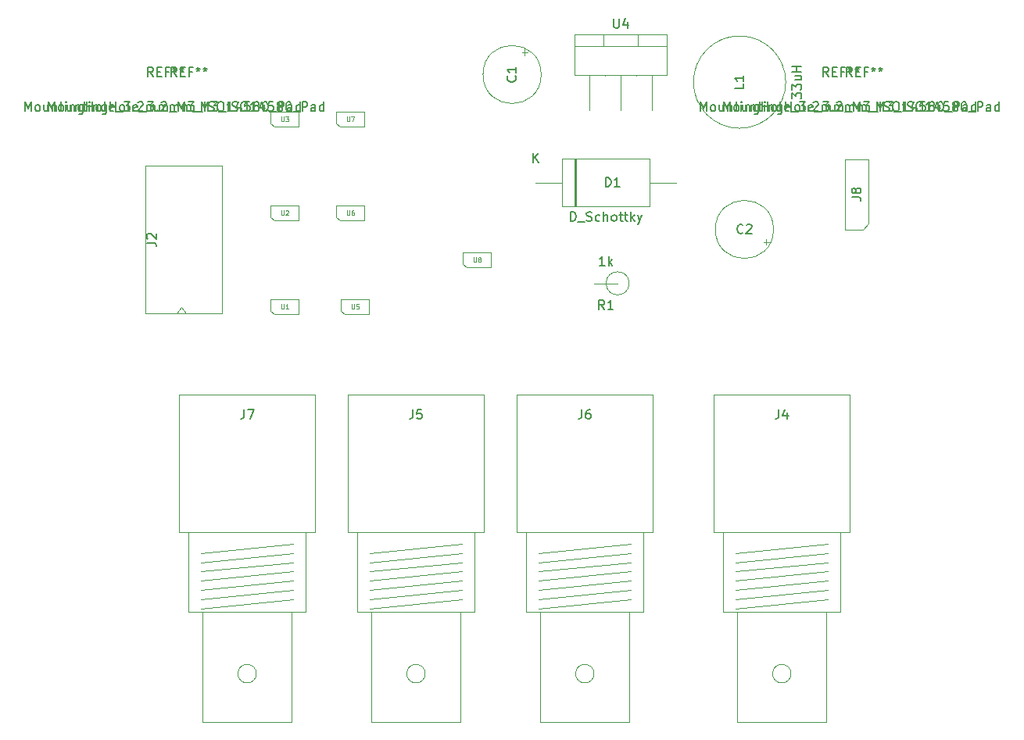
<source format=gbr>
G04 #@! TF.GenerationSoftware,KiCad,Pcbnew,5.0.2-bee76a0~70~ubuntu18.04.1*
G04 #@! TF.CreationDate,2019-03-10T14:25:10+00:00*
G04 #@! TF.ProjectId,Lcr_addon,4c63725f-6164-4646-9f6e-2e6b69636164,rev?*
G04 #@! TF.SameCoordinates,Original*
G04 #@! TF.FileFunction,Other,Fab,Top*
%FSLAX46Y46*%
G04 Gerber Fmt 4.6, Leading zero omitted, Abs format (unit mm)*
G04 Created by KiCad (PCBNEW 5.0.2-bee76a0~70~ubuntu18.04.1) date Sun 10 Mar 2019 14:25:10 GMT*
%MOMM*%
%LPD*%
G01*
G04 APERTURE LIST*
%ADD10C,0.100000*%
%ADD11C,0.150000*%
%ADD12C,0.075000*%
G04 APERTURE END LIST*
D10*
G04 #@! TO.C,J2*
X39280000Y-82518000D02*
X47580000Y-82518000D01*
X47580000Y-82518000D02*
X47580000Y-66518000D01*
X47580000Y-66518000D02*
X39280000Y-66518000D01*
X39280000Y-66518000D02*
X39280000Y-82518000D01*
X43680000Y-82518000D02*
X43180000Y-81810893D01*
X43180000Y-81810893D02*
X42680000Y-82518000D01*
G04 #@! TO.C,U4*
X85776000Y-52252000D02*
X85776000Y-56652000D01*
X85776000Y-56652000D02*
X95776000Y-56652000D01*
X95776000Y-56652000D02*
X95776000Y-52252000D01*
X95776000Y-52252000D02*
X85776000Y-52252000D01*
X85776000Y-53522000D02*
X95776000Y-53522000D01*
X88926000Y-52252000D02*
X88926000Y-53522000D01*
X92626000Y-52252000D02*
X92626000Y-53522000D01*
X87376000Y-56652000D02*
X87376000Y-60452000D01*
X89076000Y-56652000D02*
X89076000Y-56752000D01*
X90776000Y-56652000D02*
X90776000Y-60452000D01*
X92476000Y-56652000D02*
X92476000Y-56752000D01*
X94176000Y-56652000D02*
X94176000Y-60452000D01*
G04 #@! TO.C,U6*
X60368000Y-72453000D02*
X59943000Y-72053000D01*
X59943000Y-70803000D02*
X59943000Y-72053000D01*
X60368000Y-72453000D02*
X62993000Y-72453000D01*
X62993000Y-70803000D02*
X62993000Y-72453000D01*
X59943000Y-70803000D02*
X62993000Y-70803000D01*
G04 #@! TO.C,C1*
X80682500Y-54243028D02*
X80052500Y-54243028D01*
X80367500Y-53928028D02*
X80367500Y-54558028D01*
X82144000Y-56622000D02*
G75*
G03X82144000Y-56622000I-3150000J0D01*
G01*
G04 #@! TO.C,C2*
X107310000Y-73406000D02*
G75*
G03X107310000Y-73406000I-3150000J0D01*
G01*
X106853972Y-74779500D02*
X106223972Y-74779500D01*
X106538972Y-75094500D02*
X106538972Y-74464500D01*
G04 #@! TO.C,D1*
X84404000Y-65726000D02*
X84404000Y-70926000D01*
X84404000Y-70926000D02*
X93904000Y-70926000D01*
X93904000Y-70926000D02*
X93904000Y-65726000D01*
X93904000Y-65726000D02*
X84404000Y-65726000D01*
X81534000Y-68326000D02*
X84404000Y-68326000D01*
X96774000Y-68326000D02*
X93904000Y-68326000D01*
X85829000Y-65726000D02*
X85829000Y-70926000D01*
X85929000Y-65726000D02*
X85929000Y-70926000D01*
X85729000Y-65726000D02*
X85729000Y-70926000D01*
G04 #@! TO.C,J4*
X113204000Y-107472000D02*
X103204000Y-108472000D01*
X115554000Y-106172000D02*
X115554000Y-91272000D01*
X100854000Y-106172000D02*
X115554000Y-106172000D01*
X100854000Y-91272000D02*
X100854000Y-106172000D01*
X115554000Y-91272000D02*
X100854000Y-91272000D01*
X114554000Y-114872000D02*
X114554000Y-106172000D01*
X101854000Y-114872000D02*
X114554000Y-114872000D01*
X101854000Y-106172000D02*
X101854000Y-114872000D01*
X113004000Y-126772000D02*
X113004000Y-114872000D01*
X103404000Y-126772000D02*
X113004000Y-126772000D01*
X103404000Y-114872000D02*
X103404000Y-126772000D01*
X109204000Y-121542000D02*
G75*
G03X109204000Y-121542000I-1000000J0D01*
G01*
X113204000Y-108472000D02*
X103204000Y-109472000D01*
X113204000Y-109472000D02*
X103204000Y-110472000D01*
X113204000Y-110472000D02*
X103204000Y-111472000D01*
X113204000Y-111472000D02*
X103204000Y-112472000D01*
X113204000Y-112472000D02*
X103204000Y-113472000D01*
X113204000Y-113472000D02*
X103204000Y-114472000D01*
G04 #@! TO.C,J5*
X73580000Y-107472000D02*
X63580000Y-108472000D01*
X75930000Y-106172000D02*
X75930000Y-91272000D01*
X61230000Y-106172000D02*
X75930000Y-106172000D01*
X61230000Y-91272000D02*
X61230000Y-106172000D01*
X75930000Y-91272000D02*
X61230000Y-91272000D01*
X74930000Y-114872000D02*
X74930000Y-106172000D01*
X62230000Y-114872000D02*
X74930000Y-114872000D01*
X62230000Y-106172000D02*
X62230000Y-114872000D01*
X73380000Y-126772000D02*
X73380000Y-114872000D01*
X63780000Y-126772000D02*
X73380000Y-126772000D01*
X63780000Y-114872000D02*
X63780000Y-126772000D01*
X69580000Y-121542000D02*
G75*
G03X69580000Y-121542000I-1000000J0D01*
G01*
X73580000Y-108472000D02*
X63580000Y-109472000D01*
X73580000Y-109472000D02*
X63580000Y-110472000D01*
X73580000Y-110472000D02*
X63580000Y-111472000D01*
X73580000Y-111472000D02*
X63580000Y-112472000D01*
X73580000Y-112472000D02*
X63580000Y-113472000D01*
X73580000Y-113472000D02*
X63580000Y-114472000D01*
G04 #@! TO.C,J6*
X91868000Y-113472000D02*
X81868000Y-114472000D01*
X91868000Y-112472000D02*
X81868000Y-113472000D01*
X91868000Y-111472000D02*
X81868000Y-112472000D01*
X91868000Y-110472000D02*
X81868000Y-111472000D01*
X91868000Y-109472000D02*
X81868000Y-110472000D01*
X91868000Y-108472000D02*
X81868000Y-109472000D01*
X87868000Y-121542000D02*
G75*
G03X87868000Y-121542000I-1000000J0D01*
G01*
X82068000Y-114872000D02*
X82068000Y-126772000D01*
X82068000Y-126772000D02*
X91668000Y-126772000D01*
X91668000Y-126772000D02*
X91668000Y-114872000D01*
X80518000Y-106172000D02*
X80518000Y-114872000D01*
X80518000Y-114872000D02*
X93218000Y-114872000D01*
X93218000Y-114872000D02*
X93218000Y-106172000D01*
X94218000Y-91272000D02*
X79518000Y-91272000D01*
X79518000Y-91272000D02*
X79518000Y-106172000D01*
X79518000Y-106172000D02*
X94218000Y-106172000D01*
X94218000Y-106172000D02*
X94218000Y-91272000D01*
X91868000Y-107472000D02*
X81868000Y-108472000D01*
G04 #@! TO.C,J7*
X55292000Y-113472000D02*
X45292000Y-114472000D01*
X55292000Y-112472000D02*
X45292000Y-113472000D01*
X55292000Y-111472000D02*
X45292000Y-112472000D01*
X55292000Y-110472000D02*
X45292000Y-111472000D01*
X55292000Y-109472000D02*
X45292000Y-110472000D01*
X55292000Y-108472000D02*
X45292000Y-109472000D01*
X51292000Y-121542000D02*
G75*
G03X51292000Y-121542000I-1000000J0D01*
G01*
X45492000Y-114872000D02*
X45492000Y-126772000D01*
X45492000Y-126772000D02*
X55092000Y-126772000D01*
X55092000Y-126772000D02*
X55092000Y-114872000D01*
X43942000Y-106172000D02*
X43942000Y-114872000D01*
X43942000Y-114872000D02*
X56642000Y-114872000D01*
X56642000Y-114872000D02*
X56642000Y-106172000D01*
X57642000Y-91272000D02*
X42942000Y-91272000D01*
X42942000Y-91272000D02*
X42942000Y-106172000D01*
X42942000Y-106172000D02*
X57642000Y-106172000D01*
X57642000Y-106172000D02*
X57642000Y-91272000D01*
X55292000Y-107472000D02*
X45292000Y-108472000D01*
G04 #@! TO.C,L1*
X108632000Y-57444000D02*
G75*
G03X108632000Y-57444000I-5000000J0D01*
G01*
G04 #@! TO.C,U1*
X53256000Y-82613000D02*
X52831000Y-82213000D01*
X52831000Y-80963000D02*
X52831000Y-82213000D01*
X53256000Y-82613000D02*
X55881000Y-82613000D01*
X55881000Y-80963000D02*
X55881000Y-82613000D01*
X52831000Y-80963000D02*
X55881000Y-80963000D01*
G04 #@! TO.C,U2*
X52831000Y-70803000D02*
X55881000Y-70803000D01*
X55881000Y-70803000D02*
X55881000Y-72453000D01*
X53256000Y-72453000D02*
X55881000Y-72453000D01*
X52831000Y-70803000D02*
X52831000Y-72053000D01*
X53256000Y-72453000D02*
X52831000Y-72053000D01*
G04 #@! TO.C,U3*
X53256000Y-62293000D02*
X52831000Y-61893000D01*
X52831000Y-60643000D02*
X52831000Y-61893000D01*
X53256000Y-62293000D02*
X55881000Y-62293000D01*
X55881000Y-60643000D02*
X55881000Y-62293000D01*
X52831000Y-60643000D02*
X55881000Y-60643000D01*
G04 #@! TO.C,U5*
X60451000Y-80963000D02*
X63501000Y-80963000D01*
X63501000Y-80963000D02*
X63501000Y-82613000D01*
X60876000Y-82613000D02*
X63501000Y-82613000D01*
X60451000Y-80963000D02*
X60451000Y-82213000D01*
X60876000Y-82613000D02*
X60451000Y-82213000D01*
G04 #@! TO.C,U7*
X59943000Y-60643000D02*
X62993000Y-60643000D01*
X62993000Y-60643000D02*
X62993000Y-62293000D01*
X60368000Y-62293000D02*
X62993000Y-62293000D01*
X59943000Y-60643000D02*
X59943000Y-61893000D01*
X60368000Y-62293000D02*
X59943000Y-61893000D01*
G04 #@! TO.C,U8*
X74084000Y-77533000D02*
X73659000Y-77133000D01*
X73659000Y-75883000D02*
X73659000Y-77133000D01*
X74084000Y-77533000D02*
X76709000Y-77533000D01*
X76709000Y-75883000D02*
X76709000Y-77533000D01*
X73659000Y-75883000D02*
X76709000Y-75883000D01*
G04 #@! TO.C,J8*
X116967000Y-73406000D02*
X115062000Y-73406000D01*
X115062000Y-73406000D02*
X115062000Y-65786000D01*
X115062000Y-65786000D02*
X117602000Y-65786000D01*
X117602000Y-65786000D02*
X117602000Y-72771000D01*
X117602000Y-72771000D02*
X116967000Y-73406000D01*
G04 #@! TO.C,R1*
X91674000Y-79248000D02*
G75*
G03X91674000Y-79248000I-1250000J0D01*
G01*
X90424000Y-79248000D02*
X87884000Y-79248000D01*
G04 #@! TD*
G04 #@! TO.C,J2*
D11*
X39432380Y-74851333D02*
X40146666Y-74851333D01*
X40289523Y-74898952D01*
X40384761Y-74994190D01*
X40432380Y-75137047D01*
X40432380Y-75232285D01*
X39527619Y-74422761D02*
X39480000Y-74375142D01*
X39432380Y-74279904D01*
X39432380Y-74041809D01*
X39480000Y-73946571D01*
X39527619Y-73898952D01*
X39622857Y-73851333D01*
X39718095Y-73851333D01*
X39860952Y-73898952D01*
X40432380Y-74470380D01*
X40432380Y-73851333D01*
G04 #@! TO.C,REF\002A\002A*
X101935238Y-60590380D02*
X101935238Y-59590380D01*
X102268571Y-60304666D01*
X102601904Y-59590380D01*
X102601904Y-60590380D01*
X103220952Y-60590380D02*
X103125714Y-60542761D01*
X103078095Y-60495142D01*
X103030476Y-60399904D01*
X103030476Y-60114190D01*
X103078095Y-60018952D01*
X103125714Y-59971333D01*
X103220952Y-59923714D01*
X103363809Y-59923714D01*
X103459047Y-59971333D01*
X103506666Y-60018952D01*
X103554285Y-60114190D01*
X103554285Y-60399904D01*
X103506666Y-60495142D01*
X103459047Y-60542761D01*
X103363809Y-60590380D01*
X103220952Y-60590380D01*
X104411428Y-59923714D02*
X104411428Y-60590380D01*
X103982857Y-59923714D02*
X103982857Y-60447523D01*
X104030476Y-60542761D01*
X104125714Y-60590380D01*
X104268571Y-60590380D01*
X104363809Y-60542761D01*
X104411428Y-60495142D01*
X104887619Y-59923714D02*
X104887619Y-60590380D01*
X104887619Y-60018952D02*
X104935238Y-59971333D01*
X105030476Y-59923714D01*
X105173333Y-59923714D01*
X105268571Y-59971333D01*
X105316190Y-60066571D01*
X105316190Y-60590380D01*
X105649523Y-59923714D02*
X106030476Y-59923714D01*
X105792380Y-59590380D02*
X105792380Y-60447523D01*
X105840000Y-60542761D01*
X105935238Y-60590380D01*
X106030476Y-60590380D01*
X106363809Y-60590380D02*
X106363809Y-59923714D01*
X106363809Y-59590380D02*
X106316190Y-59638000D01*
X106363809Y-59685619D01*
X106411428Y-59638000D01*
X106363809Y-59590380D01*
X106363809Y-59685619D01*
X106839999Y-59923714D02*
X106839999Y-60590380D01*
X106839999Y-60018952D02*
X106887619Y-59971333D01*
X106982857Y-59923714D01*
X107125714Y-59923714D01*
X107220952Y-59971333D01*
X107268571Y-60066571D01*
X107268571Y-60590380D01*
X108173333Y-59923714D02*
X108173333Y-60733238D01*
X108125714Y-60828476D01*
X108078095Y-60876095D01*
X107982857Y-60923714D01*
X107839999Y-60923714D01*
X107744761Y-60876095D01*
X108173333Y-60542761D02*
X108078095Y-60590380D01*
X107887619Y-60590380D01*
X107792380Y-60542761D01*
X107744761Y-60495142D01*
X107697142Y-60399904D01*
X107697142Y-60114190D01*
X107744761Y-60018952D01*
X107792380Y-59971333D01*
X107887619Y-59923714D01*
X108078095Y-59923714D01*
X108173333Y-59971333D01*
X108649523Y-60590380D02*
X108649523Y-59590380D01*
X108649523Y-60066571D02*
X109220952Y-60066571D01*
X109220952Y-60590380D02*
X109220952Y-59590380D01*
X109839999Y-60590380D02*
X109744761Y-60542761D01*
X109697142Y-60495142D01*
X109649523Y-60399904D01*
X109649523Y-60114190D01*
X109697142Y-60018952D01*
X109744761Y-59971333D01*
X109839999Y-59923714D01*
X109982857Y-59923714D01*
X110078095Y-59971333D01*
X110125714Y-60018952D01*
X110173333Y-60114190D01*
X110173333Y-60399904D01*
X110125714Y-60495142D01*
X110078095Y-60542761D01*
X109982857Y-60590380D01*
X109839999Y-60590380D01*
X110744761Y-60590380D02*
X110649523Y-60542761D01*
X110601904Y-60447523D01*
X110601904Y-59590380D01*
X111506666Y-60542761D02*
X111411428Y-60590380D01*
X111220952Y-60590380D01*
X111125714Y-60542761D01*
X111078095Y-60447523D01*
X111078095Y-60066571D01*
X111125714Y-59971333D01*
X111220952Y-59923714D01*
X111411428Y-59923714D01*
X111506666Y-59971333D01*
X111554285Y-60066571D01*
X111554285Y-60161809D01*
X111078095Y-60257047D01*
X111744761Y-60685619D02*
X112506666Y-60685619D01*
X112649523Y-59590380D02*
X113268571Y-59590380D01*
X112935238Y-59971333D01*
X113078095Y-59971333D01*
X113173333Y-60018952D01*
X113220952Y-60066571D01*
X113268571Y-60161809D01*
X113268571Y-60399904D01*
X113220952Y-60495142D01*
X113173333Y-60542761D01*
X113078095Y-60590380D01*
X112792380Y-60590380D01*
X112697142Y-60542761D01*
X112649523Y-60495142D01*
X113697142Y-60495142D02*
X113744761Y-60542761D01*
X113697142Y-60590380D01*
X113649523Y-60542761D01*
X113697142Y-60495142D01*
X113697142Y-60590380D01*
X114125714Y-59685619D02*
X114173333Y-59638000D01*
X114268571Y-59590380D01*
X114506666Y-59590380D01*
X114601904Y-59638000D01*
X114649523Y-59685619D01*
X114697142Y-59780857D01*
X114697142Y-59876095D01*
X114649523Y-60018952D01*
X114078095Y-60590380D01*
X114697142Y-60590380D01*
X115125714Y-60590380D02*
X115125714Y-59923714D01*
X115125714Y-60018952D02*
X115173333Y-59971333D01*
X115268571Y-59923714D01*
X115411428Y-59923714D01*
X115506666Y-59971333D01*
X115554285Y-60066571D01*
X115554285Y-60590380D01*
X115554285Y-60066571D02*
X115601904Y-59971333D01*
X115697142Y-59923714D01*
X115839999Y-59923714D01*
X115935238Y-59971333D01*
X115982857Y-60066571D01*
X115982857Y-60590380D01*
X116459047Y-60590380D02*
X116459047Y-59923714D01*
X116459047Y-60018952D02*
X116506666Y-59971333D01*
X116601904Y-59923714D01*
X116744761Y-59923714D01*
X116839999Y-59971333D01*
X116887619Y-60066571D01*
X116887619Y-60590380D01*
X116887619Y-60066571D02*
X116935238Y-59971333D01*
X117030476Y-59923714D01*
X117173333Y-59923714D01*
X117268571Y-59971333D01*
X117316190Y-60066571D01*
X117316190Y-60590380D01*
X117554285Y-60685619D02*
X118316190Y-60685619D01*
X118554285Y-60590380D02*
X118554285Y-59590380D01*
X118887619Y-60304666D01*
X119220952Y-59590380D01*
X119220952Y-60590380D01*
X119601904Y-59590380D02*
X120220952Y-59590380D01*
X119887619Y-59971333D01*
X120030476Y-59971333D01*
X120125714Y-60018952D01*
X120173333Y-60066571D01*
X120220952Y-60161809D01*
X120220952Y-60399904D01*
X120173333Y-60495142D01*
X120125714Y-60542761D01*
X120030476Y-60590380D01*
X119744761Y-60590380D01*
X119649523Y-60542761D01*
X119601904Y-60495142D01*
X120411428Y-60685619D02*
X121173333Y-60685619D01*
X121411428Y-60590380D02*
X121411428Y-59590380D01*
X121839999Y-60542761D02*
X121982857Y-60590380D01*
X122220952Y-60590380D01*
X122316190Y-60542761D01*
X122363809Y-60495142D01*
X122411428Y-60399904D01*
X122411428Y-60304666D01*
X122363809Y-60209428D01*
X122316190Y-60161809D01*
X122220952Y-60114190D01*
X122030476Y-60066571D01*
X121935238Y-60018952D01*
X121887619Y-59971333D01*
X121839999Y-59876095D01*
X121839999Y-59780857D01*
X121887619Y-59685619D01*
X121935238Y-59638000D01*
X122030476Y-59590380D01*
X122268571Y-59590380D01*
X122411428Y-59638000D01*
X123030476Y-59590380D02*
X123220952Y-59590380D01*
X123316190Y-59638000D01*
X123411428Y-59733238D01*
X123459047Y-59923714D01*
X123459047Y-60257047D01*
X123411428Y-60447523D01*
X123316190Y-60542761D01*
X123220952Y-60590380D01*
X123030476Y-60590380D01*
X122935238Y-60542761D01*
X122839999Y-60447523D01*
X122792380Y-60257047D01*
X122792380Y-59923714D01*
X122839999Y-59733238D01*
X122935238Y-59638000D01*
X123030476Y-59590380D01*
X124411428Y-60590380D02*
X123839999Y-60590380D01*
X124125714Y-60590380D02*
X124125714Y-59590380D01*
X124030476Y-59733238D01*
X123935238Y-59828476D01*
X123839999Y-59876095D01*
X125268571Y-59923714D02*
X125268571Y-60590380D01*
X125030476Y-59542761D02*
X124792380Y-60257047D01*
X125411428Y-60257047D01*
X126268571Y-59590380D02*
X125792380Y-59590380D01*
X125744761Y-60066571D01*
X125792380Y-60018952D01*
X125887619Y-59971333D01*
X126125714Y-59971333D01*
X126220952Y-60018952D01*
X126268571Y-60066571D01*
X126316190Y-60161809D01*
X126316190Y-60399904D01*
X126268571Y-60495142D01*
X126220952Y-60542761D01*
X126125714Y-60590380D01*
X125887619Y-60590380D01*
X125792380Y-60542761D01*
X125744761Y-60495142D01*
X126887619Y-60018952D02*
X126792380Y-59971333D01*
X126744761Y-59923714D01*
X126697142Y-59828476D01*
X126697142Y-59780857D01*
X126744761Y-59685619D01*
X126792380Y-59638000D01*
X126887619Y-59590380D01*
X127078095Y-59590380D01*
X127173333Y-59638000D01*
X127220952Y-59685619D01*
X127268571Y-59780857D01*
X127268571Y-59828476D01*
X127220952Y-59923714D01*
X127173333Y-59971333D01*
X127078095Y-60018952D01*
X126887619Y-60018952D01*
X126792380Y-60066571D01*
X126744761Y-60114190D01*
X126697142Y-60209428D01*
X126697142Y-60399904D01*
X126744761Y-60495142D01*
X126792380Y-60542761D01*
X126887619Y-60590380D01*
X127078095Y-60590380D01*
X127173333Y-60542761D01*
X127220952Y-60495142D01*
X127268571Y-60399904D01*
X127268571Y-60209428D01*
X127220952Y-60114190D01*
X127173333Y-60066571D01*
X127078095Y-60018952D01*
X127887619Y-59590380D02*
X127982857Y-59590380D01*
X128078095Y-59638000D01*
X128125714Y-59685619D01*
X128173333Y-59780857D01*
X128220952Y-59971333D01*
X128220952Y-60209428D01*
X128173333Y-60399904D01*
X128125714Y-60495142D01*
X128078095Y-60542761D01*
X127982857Y-60590380D01*
X127887619Y-60590380D01*
X127792380Y-60542761D01*
X127744761Y-60495142D01*
X127697142Y-60399904D01*
X127649523Y-60209428D01*
X127649523Y-59971333D01*
X127697142Y-59780857D01*
X127744761Y-59685619D01*
X127792380Y-59638000D01*
X127887619Y-59590380D01*
X128411428Y-60685619D02*
X129173333Y-60685619D01*
X129411428Y-60590380D02*
X129411428Y-59590380D01*
X129792380Y-59590380D01*
X129887619Y-59638000D01*
X129935238Y-59685619D01*
X129982857Y-59780857D01*
X129982857Y-59923714D01*
X129935238Y-60018952D01*
X129887619Y-60066571D01*
X129792380Y-60114190D01*
X129411428Y-60114190D01*
X130839999Y-60590380D02*
X130839999Y-60066571D01*
X130792380Y-59971333D01*
X130697142Y-59923714D01*
X130506666Y-59923714D01*
X130411428Y-59971333D01*
X130839999Y-60542761D02*
X130744761Y-60590380D01*
X130506666Y-60590380D01*
X130411428Y-60542761D01*
X130363809Y-60447523D01*
X130363809Y-60352285D01*
X130411428Y-60257047D01*
X130506666Y-60209428D01*
X130744761Y-60209428D01*
X130839999Y-60161809D01*
X131744761Y-60590380D02*
X131744761Y-59590380D01*
X131744761Y-60542761D02*
X131649523Y-60590380D01*
X131459047Y-60590380D01*
X131363809Y-60542761D01*
X131316190Y-60495142D01*
X131268571Y-60399904D01*
X131268571Y-60114190D01*
X131316190Y-60018952D01*
X131363809Y-59971333D01*
X131459047Y-59923714D01*
X131649523Y-59923714D01*
X131744761Y-59971333D01*
X115806666Y-56840380D02*
X115473333Y-56364190D01*
X115235238Y-56840380D02*
X115235238Y-55840380D01*
X115616190Y-55840380D01*
X115711428Y-55888000D01*
X115759047Y-55935619D01*
X115806666Y-56030857D01*
X115806666Y-56173714D01*
X115759047Y-56268952D01*
X115711428Y-56316571D01*
X115616190Y-56364190D01*
X115235238Y-56364190D01*
X116235238Y-56316571D02*
X116568571Y-56316571D01*
X116711428Y-56840380D02*
X116235238Y-56840380D01*
X116235238Y-55840380D01*
X116711428Y-55840380D01*
X117473333Y-56316571D02*
X117140000Y-56316571D01*
X117140000Y-56840380D02*
X117140000Y-55840380D01*
X117616190Y-55840380D01*
X118140000Y-55840380D02*
X118140000Y-56078476D01*
X117901904Y-55983238D02*
X118140000Y-56078476D01*
X118378095Y-55983238D01*
X117997142Y-56268952D02*
X118140000Y-56078476D01*
X118282857Y-56268952D01*
X118901904Y-55840380D02*
X118901904Y-56078476D01*
X118663809Y-55983238D02*
X118901904Y-56078476D01*
X119140000Y-55983238D01*
X118759047Y-56268952D02*
X118901904Y-56078476D01*
X119044761Y-56268952D01*
X99395238Y-60590380D02*
X99395238Y-59590380D01*
X99728571Y-60304666D01*
X100061904Y-59590380D01*
X100061904Y-60590380D01*
X100680952Y-60590380D02*
X100585714Y-60542761D01*
X100538095Y-60495142D01*
X100490476Y-60399904D01*
X100490476Y-60114190D01*
X100538095Y-60018952D01*
X100585714Y-59971333D01*
X100680952Y-59923714D01*
X100823809Y-59923714D01*
X100919047Y-59971333D01*
X100966666Y-60018952D01*
X101014285Y-60114190D01*
X101014285Y-60399904D01*
X100966666Y-60495142D01*
X100919047Y-60542761D01*
X100823809Y-60590380D01*
X100680952Y-60590380D01*
X101871428Y-59923714D02*
X101871428Y-60590380D01*
X101442857Y-59923714D02*
X101442857Y-60447523D01*
X101490476Y-60542761D01*
X101585714Y-60590380D01*
X101728571Y-60590380D01*
X101823809Y-60542761D01*
X101871428Y-60495142D01*
X102347619Y-59923714D02*
X102347619Y-60590380D01*
X102347619Y-60018952D02*
X102395238Y-59971333D01*
X102490476Y-59923714D01*
X102633333Y-59923714D01*
X102728571Y-59971333D01*
X102776190Y-60066571D01*
X102776190Y-60590380D01*
X103109523Y-59923714D02*
X103490476Y-59923714D01*
X103252380Y-59590380D02*
X103252380Y-60447523D01*
X103300000Y-60542761D01*
X103395238Y-60590380D01*
X103490476Y-60590380D01*
X103823809Y-60590380D02*
X103823809Y-59923714D01*
X103823809Y-59590380D02*
X103776190Y-59638000D01*
X103823809Y-59685619D01*
X103871428Y-59638000D01*
X103823809Y-59590380D01*
X103823809Y-59685619D01*
X104299999Y-59923714D02*
X104299999Y-60590380D01*
X104299999Y-60018952D02*
X104347619Y-59971333D01*
X104442857Y-59923714D01*
X104585714Y-59923714D01*
X104680952Y-59971333D01*
X104728571Y-60066571D01*
X104728571Y-60590380D01*
X105633333Y-59923714D02*
X105633333Y-60733238D01*
X105585714Y-60828476D01*
X105538095Y-60876095D01*
X105442857Y-60923714D01*
X105299999Y-60923714D01*
X105204761Y-60876095D01*
X105633333Y-60542761D02*
X105538095Y-60590380D01*
X105347619Y-60590380D01*
X105252380Y-60542761D01*
X105204761Y-60495142D01*
X105157142Y-60399904D01*
X105157142Y-60114190D01*
X105204761Y-60018952D01*
X105252380Y-59971333D01*
X105347619Y-59923714D01*
X105538095Y-59923714D01*
X105633333Y-59971333D01*
X106109523Y-60590380D02*
X106109523Y-59590380D01*
X106109523Y-60066571D02*
X106680952Y-60066571D01*
X106680952Y-60590380D02*
X106680952Y-59590380D01*
X107299999Y-60590380D02*
X107204761Y-60542761D01*
X107157142Y-60495142D01*
X107109523Y-60399904D01*
X107109523Y-60114190D01*
X107157142Y-60018952D01*
X107204761Y-59971333D01*
X107299999Y-59923714D01*
X107442857Y-59923714D01*
X107538095Y-59971333D01*
X107585714Y-60018952D01*
X107633333Y-60114190D01*
X107633333Y-60399904D01*
X107585714Y-60495142D01*
X107538095Y-60542761D01*
X107442857Y-60590380D01*
X107299999Y-60590380D01*
X108204761Y-60590380D02*
X108109523Y-60542761D01*
X108061904Y-60447523D01*
X108061904Y-59590380D01*
X108966666Y-60542761D02*
X108871428Y-60590380D01*
X108680952Y-60590380D01*
X108585714Y-60542761D01*
X108538095Y-60447523D01*
X108538095Y-60066571D01*
X108585714Y-59971333D01*
X108680952Y-59923714D01*
X108871428Y-59923714D01*
X108966666Y-59971333D01*
X109014285Y-60066571D01*
X109014285Y-60161809D01*
X108538095Y-60257047D01*
X109204761Y-60685619D02*
X109966666Y-60685619D01*
X110109523Y-59590380D02*
X110728571Y-59590380D01*
X110395238Y-59971333D01*
X110538095Y-59971333D01*
X110633333Y-60018952D01*
X110680952Y-60066571D01*
X110728571Y-60161809D01*
X110728571Y-60399904D01*
X110680952Y-60495142D01*
X110633333Y-60542761D01*
X110538095Y-60590380D01*
X110252380Y-60590380D01*
X110157142Y-60542761D01*
X110109523Y-60495142D01*
X111157142Y-60495142D02*
X111204761Y-60542761D01*
X111157142Y-60590380D01*
X111109523Y-60542761D01*
X111157142Y-60495142D01*
X111157142Y-60590380D01*
X111585714Y-59685619D02*
X111633333Y-59638000D01*
X111728571Y-59590380D01*
X111966666Y-59590380D01*
X112061904Y-59638000D01*
X112109523Y-59685619D01*
X112157142Y-59780857D01*
X112157142Y-59876095D01*
X112109523Y-60018952D01*
X111538095Y-60590380D01*
X112157142Y-60590380D01*
X112585714Y-60590380D02*
X112585714Y-59923714D01*
X112585714Y-60018952D02*
X112633333Y-59971333D01*
X112728571Y-59923714D01*
X112871428Y-59923714D01*
X112966666Y-59971333D01*
X113014285Y-60066571D01*
X113014285Y-60590380D01*
X113014285Y-60066571D02*
X113061904Y-59971333D01*
X113157142Y-59923714D01*
X113299999Y-59923714D01*
X113395238Y-59971333D01*
X113442857Y-60066571D01*
X113442857Y-60590380D01*
X113919047Y-60590380D02*
X113919047Y-59923714D01*
X113919047Y-60018952D02*
X113966666Y-59971333D01*
X114061904Y-59923714D01*
X114204761Y-59923714D01*
X114299999Y-59971333D01*
X114347619Y-60066571D01*
X114347619Y-60590380D01*
X114347619Y-60066571D02*
X114395238Y-59971333D01*
X114490476Y-59923714D01*
X114633333Y-59923714D01*
X114728571Y-59971333D01*
X114776190Y-60066571D01*
X114776190Y-60590380D01*
X115014285Y-60685619D02*
X115776190Y-60685619D01*
X116014285Y-60590380D02*
X116014285Y-59590380D01*
X116347619Y-60304666D01*
X116680952Y-59590380D01*
X116680952Y-60590380D01*
X117061904Y-59590380D02*
X117680952Y-59590380D01*
X117347619Y-59971333D01*
X117490476Y-59971333D01*
X117585714Y-60018952D01*
X117633333Y-60066571D01*
X117680952Y-60161809D01*
X117680952Y-60399904D01*
X117633333Y-60495142D01*
X117585714Y-60542761D01*
X117490476Y-60590380D01*
X117204761Y-60590380D01*
X117109523Y-60542761D01*
X117061904Y-60495142D01*
X117871428Y-60685619D02*
X118633333Y-60685619D01*
X118871428Y-60590380D02*
X118871428Y-59590380D01*
X119299999Y-60542761D02*
X119442857Y-60590380D01*
X119680952Y-60590380D01*
X119776190Y-60542761D01*
X119823809Y-60495142D01*
X119871428Y-60399904D01*
X119871428Y-60304666D01*
X119823809Y-60209428D01*
X119776190Y-60161809D01*
X119680952Y-60114190D01*
X119490476Y-60066571D01*
X119395238Y-60018952D01*
X119347619Y-59971333D01*
X119299999Y-59876095D01*
X119299999Y-59780857D01*
X119347619Y-59685619D01*
X119395238Y-59638000D01*
X119490476Y-59590380D01*
X119728571Y-59590380D01*
X119871428Y-59638000D01*
X120490476Y-59590380D02*
X120680952Y-59590380D01*
X120776190Y-59638000D01*
X120871428Y-59733238D01*
X120919047Y-59923714D01*
X120919047Y-60257047D01*
X120871428Y-60447523D01*
X120776190Y-60542761D01*
X120680952Y-60590380D01*
X120490476Y-60590380D01*
X120395238Y-60542761D01*
X120299999Y-60447523D01*
X120252380Y-60257047D01*
X120252380Y-59923714D01*
X120299999Y-59733238D01*
X120395238Y-59638000D01*
X120490476Y-59590380D01*
X121871428Y-60590380D02*
X121299999Y-60590380D01*
X121585714Y-60590380D02*
X121585714Y-59590380D01*
X121490476Y-59733238D01*
X121395238Y-59828476D01*
X121299999Y-59876095D01*
X122728571Y-59923714D02*
X122728571Y-60590380D01*
X122490476Y-59542761D02*
X122252380Y-60257047D01*
X122871428Y-60257047D01*
X123728571Y-59590380D02*
X123252380Y-59590380D01*
X123204761Y-60066571D01*
X123252380Y-60018952D01*
X123347619Y-59971333D01*
X123585714Y-59971333D01*
X123680952Y-60018952D01*
X123728571Y-60066571D01*
X123776190Y-60161809D01*
X123776190Y-60399904D01*
X123728571Y-60495142D01*
X123680952Y-60542761D01*
X123585714Y-60590380D01*
X123347619Y-60590380D01*
X123252380Y-60542761D01*
X123204761Y-60495142D01*
X124347619Y-60018952D02*
X124252380Y-59971333D01*
X124204761Y-59923714D01*
X124157142Y-59828476D01*
X124157142Y-59780857D01*
X124204761Y-59685619D01*
X124252380Y-59638000D01*
X124347619Y-59590380D01*
X124538095Y-59590380D01*
X124633333Y-59638000D01*
X124680952Y-59685619D01*
X124728571Y-59780857D01*
X124728571Y-59828476D01*
X124680952Y-59923714D01*
X124633333Y-59971333D01*
X124538095Y-60018952D01*
X124347619Y-60018952D01*
X124252380Y-60066571D01*
X124204761Y-60114190D01*
X124157142Y-60209428D01*
X124157142Y-60399904D01*
X124204761Y-60495142D01*
X124252380Y-60542761D01*
X124347619Y-60590380D01*
X124538095Y-60590380D01*
X124633333Y-60542761D01*
X124680952Y-60495142D01*
X124728571Y-60399904D01*
X124728571Y-60209428D01*
X124680952Y-60114190D01*
X124633333Y-60066571D01*
X124538095Y-60018952D01*
X125347619Y-59590380D02*
X125442857Y-59590380D01*
X125538095Y-59638000D01*
X125585714Y-59685619D01*
X125633333Y-59780857D01*
X125680952Y-59971333D01*
X125680952Y-60209428D01*
X125633333Y-60399904D01*
X125585714Y-60495142D01*
X125538095Y-60542761D01*
X125442857Y-60590380D01*
X125347619Y-60590380D01*
X125252380Y-60542761D01*
X125204761Y-60495142D01*
X125157142Y-60399904D01*
X125109523Y-60209428D01*
X125109523Y-59971333D01*
X125157142Y-59780857D01*
X125204761Y-59685619D01*
X125252380Y-59638000D01*
X125347619Y-59590380D01*
X125871428Y-60685619D02*
X126633333Y-60685619D01*
X126871428Y-60590380D02*
X126871428Y-59590380D01*
X127252380Y-59590380D01*
X127347619Y-59638000D01*
X127395238Y-59685619D01*
X127442857Y-59780857D01*
X127442857Y-59923714D01*
X127395238Y-60018952D01*
X127347619Y-60066571D01*
X127252380Y-60114190D01*
X126871428Y-60114190D01*
X128299999Y-60590380D02*
X128299999Y-60066571D01*
X128252380Y-59971333D01*
X128157142Y-59923714D01*
X127966666Y-59923714D01*
X127871428Y-59971333D01*
X128299999Y-60542761D02*
X128204761Y-60590380D01*
X127966666Y-60590380D01*
X127871428Y-60542761D01*
X127823809Y-60447523D01*
X127823809Y-60352285D01*
X127871428Y-60257047D01*
X127966666Y-60209428D01*
X128204761Y-60209428D01*
X128299999Y-60161809D01*
X129204761Y-60590380D02*
X129204761Y-59590380D01*
X129204761Y-60542761D02*
X129109523Y-60590380D01*
X128919047Y-60590380D01*
X128823809Y-60542761D01*
X128776190Y-60495142D01*
X128728571Y-60399904D01*
X128728571Y-60114190D01*
X128776190Y-60018952D01*
X128823809Y-59971333D01*
X128919047Y-59923714D01*
X129109523Y-59923714D01*
X129204761Y-59971333D01*
X113266666Y-56840380D02*
X112933333Y-56364190D01*
X112695238Y-56840380D02*
X112695238Y-55840380D01*
X113076190Y-55840380D01*
X113171428Y-55888000D01*
X113219047Y-55935619D01*
X113266666Y-56030857D01*
X113266666Y-56173714D01*
X113219047Y-56268952D01*
X113171428Y-56316571D01*
X113076190Y-56364190D01*
X112695238Y-56364190D01*
X113695238Y-56316571D02*
X114028571Y-56316571D01*
X114171428Y-56840380D02*
X113695238Y-56840380D01*
X113695238Y-55840380D01*
X114171428Y-55840380D01*
X114933333Y-56316571D02*
X114600000Y-56316571D01*
X114600000Y-56840380D02*
X114600000Y-55840380D01*
X115076190Y-55840380D01*
X115600000Y-55840380D02*
X115600000Y-56078476D01*
X115361904Y-55983238D02*
X115600000Y-56078476D01*
X115838095Y-55983238D01*
X115457142Y-56268952D02*
X115600000Y-56078476D01*
X115742857Y-56268952D01*
X116361904Y-55840380D02*
X116361904Y-56078476D01*
X116123809Y-55983238D02*
X116361904Y-56078476D01*
X116600000Y-55983238D01*
X116219047Y-56268952D02*
X116361904Y-56078476D01*
X116504761Y-56268952D01*
X28783238Y-60590380D02*
X28783238Y-59590380D01*
X29116571Y-60304666D01*
X29449904Y-59590380D01*
X29449904Y-60590380D01*
X30068952Y-60590380D02*
X29973714Y-60542761D01*
X29926095Y-60495142D01*
X29878476Y-60399904D01*
X29878476Y-60114190D01*
X29926095Y-60018952D01*
X29973714Y-59971333D01*
X30068952Y-59923714D01*
X30211809Y-59923714D01*
X30307047Y-59971333D01*
X30354666Y-60018952D01*
X30402285Y-60114190D01*
X30402285Y-60399904D01*
X30354666Y-60495142D01*
X30307047Y-60542761D01*
X30211809Y-60590380D01*
X30068952Y-60590380D01*
X31259428Y-59923714D02*
X31259428Y-60590380D01*
X30830857Y-59923714D02*
X30830857Y-60447523D01*
X30878476Y-60542761D01*
X30973714Y-60590380D01*
X31116571Y-60590380D01*
X31211809Y-60542761D01*
X31259428Y-60495142D01*
X31735619Y-59923714D02*
X31735619Y-60590380D01*
X31735619Y-60018952D02*
X31783238Y-59971333D01*
X31878476Y-59923714D01*
X32021333Y-59923714D01*
X32116571Y-59971333D01*
X32164190Y-60066571D01*
X32164190Y-60590380D01*
X32497523Y-59923714D02*
X32878476Y-59923714D01*
X32640380Y-59590380D02*
X32640380Y-60447523D01*
X32688000Y-60542761D01*
X32783238Y-60590380D01*
X32878476Y-60590380D01*
X33211809Y-60590380D02*
X33211809Y-59923714D01*
X33211809Y-59590380D02*
X33164190Y-59638000D01*
X33211809Y-59685619D01*
X33259428Y-59638000D01*
X33211809Y-59590380D01*
X33211809Y-59685619D01*
X33688000Y-59923714D02*
X33688000Y-60590380D01*
X33688000Y-60018952D02*
X33735619Y-59971333D01*
X33830857Y-59923714D01*
X33973714Y-59923714D01*
X34068952Y-59971333D01*
X34116571Y-60066571D01*
X34116571Y-60590380D01*
X35021333Y-59923714D02*
X35021333Y-60733238D01*
X34973714Y-60828476D01*
X34926095Y-60876095D01*
X34830857Y-60923714D01*
X34688000Y-60923714D01*
X34592761Y-60876095D01*
X35021333Y-60542761D02*
X34926095Y-60590380D01*
X34735619Y-60590380D01*
X34640380Y-60542761D01*
X34592761Y-60495142D01*
X34545142Y-60399904D01*
X34545142Y-60114190D01*
X34592761Y-60018952D01*
X34640380Y-59971333D01*
X34735619Y-59923714D01*
X34926095Y-59923714D01*
X35021333Y-59971333D01*
X35497523Y-60590380D02*
X35497523Y-59590380D01*
X35497523Y-60066571D02*
X36068952Y-60066571D01*
X36068952Y-60590380D02*
X36068952Y-59590380D01*
X36688000Y-60590380D02*
X36592761Y-60542761D01*
X36545142Y-60495142D01*
X36497523Y-60399904D01*
X36497523Y-60114190D01*
X36545142Y-60018952D01*
X36592761Y-59971333D01*
X36688000Y-59923714D01*
X36830857Y-59923714D01*
X36926095Y-59971333D01*
X36973714Y-60018952D01*
X37021333Y-60114190D01*
X37021333Y-60399904D01*
X36973714Y-60495142D01*
X36926095Y-60542761D01*
X36830857Y-60590380D01*
X36688000Y-60590380D01*
X37592761Y-60590380D02*
X37497523Y-60542761D01*
X37449904Y-60447523D01*
X37449904Y-59590380D01*
X38354666Y-60542761D02*
X38259428Y-60590380D01*
X38068952Y-60590380D01*
X37973714Y-60542761D01*
X37926095Y-60447523D01*
X37926095Y-60066571D01*
X37973714Y-59971333D01*
X38068952Y-59923714D01*
X38259428Y-59923714D01*
X38354666Y-59971333D01*
X38402285Y-60066571D01*
X38402285Y-60161809D01*
X37926095Y-60257047D01*
X38592761Y-60685619D02*
X39354666Y-60685619D01*
X39497523Y-59590380D02*
X40116571Y-59590380D01*
X39783238Y-59971333D01*
X39926095Y-59971333D01*
X40021333Y-60018952D01*
X40068952Y-60066571D01*
X40116571Y-60161809D01*
X40116571Y-60399904D01*
X40068952Y-60495142D01*
X40021333Y-60542761D01*
X39926095Y-60590380D01*
X39640380Y-60590380D01*
X39545142Y-60542761D01*
X39497523Y-60495142D01*
X40545142Y-60495142D02*
X40592761Y-60542761D01*
X40545142Y-60590380D01*
X40497523Y-60542761D01*
X40545142Y-60495142D01*
X40545142Y-60590380D01*
X40973714Y-59685619D02*
X41021333Y-59638000D01*
X41116571Y-59590380D01*
X41354666Y-59590380D01*
X41449904Y-59638000D01*
X41497523Y-59685619D01*
X41545142Y-59780857D01*
X41545142Y-59876095D01*
X41497523Y-60018952D01*
X40926095Y-60590380D01*
X41545142Y-60590380D01*
X41973714Y-60590380D02*
X41973714Y-59923714D01*
X41973714Y-60018952D02*
X42021333Y-59971333D01*
X42116571Y-59923714D01*
X42259428Y-59923714D01*
X42354666Y-59971333D01*
X42402285Y-60066571D01*
X42402285Y-60590380D01*
X42402285Y-60066571D02*
X42449904Y-59971333D01*
X42545142Y-59923714D01*
X42687999Y-59923714D01*
X42783238Y-59971333D01*
X42830857Y-60066571D01*
X42830857Y-60590380D01*
X43307047Y-60590380D02*
X43307047Y-59923714D01*
X43307047Y-60018952D02*
X43354666Y-59971333D01*
X43449904Y-59923714D01*
X43592761Y-59923714D01*
X43688000Y-59971333D01*
X43735619Y-60066571D01*
X43735619Y-60590380D01*
X43735619Y-60066571D02*
X43783238Y-59971333D01*
X43878476Y-59923714D01*
X44021333Y-59923714D01*
X44116571Y-59971333D01*
X44164190Y-60066571D01*
X44164190Y-60590380D01*
X44402285Y-60685619D02*
X45164190Y-60685619D01*
X45402285Y-60590380D02*
X45402285Y-59590380D01*
X45735619Y-60304666D01*
X46068952Y-59590380D01*
X46068952Y-60590380D01*
X46449904Y-59590380D02*
X47068952Y-59590380D01*
X46735619Y-59971333D01*
X46878476Y-59971333D01*
X46973714Y-60018952D01*
X47021333Y-60066571D01*
X47068952Y-60161809D01*
X47068952Y-60399904D01*
X47021333Y-60495142D01*
X46973714Y-60542761D01*
X46878476Y-60590380D01*
X46592761Y-60590380D01*
X46497523Y-60542761D01*
X46449904Y-60495142D01*
X47259428Y-60685619D02*
X48021333Y-60685619D01*
X48259428Y-60590380D02*
X48259428Y-59590380D01*
X48688000Y-60542761D02*
X48830857Y-60590380D01*
X49068952Y-60590380D01*
X49164190Y-60542761D01*
X49211809Y-60495142D01*
X49259428Y-60399904D01*
X49259428Y-60304666D01*
X49211809Y-60209428D01*
X49164190Y-60161809D01*
X49068952Y-60114190D01*
X48878476Y-60066571D01*
X48783238Y-60018952D01*
X48735619Y-59971333D01*
X48688000Y-59876095D01*
X48688000Y-59780857D01*
X48735619Y-59685619D01*
X48783238Y-59638000D01*
X48878476Y-59590380D01*
X49116571Y-59590380D01*
X49259428Y-59638000D01*
X49878476Y-59590380D02*
X50068952Y-59590380D01*
X50164190Y-59638000D01*
X50259428Y-59733238D01*
X50307047Y-59923714D01*
X50307047Y-60257047D01*
X50259428Y-60447523D01*
X50164190Y-60542761D01*
X50068952Y-60590380D01*
X49878476Y-60590380D01*
X49783238Y-60542761D01*
X49688000Y-60447523D01*
X49640380Y-60257047D01*
X49640380Y-59923714D01*
X49688000Y-59733238D01*
X49783238Y-59638000D01*
X49878476Y-59590380D01*
X51259428Y-60590380D02*
X50688000Y-60590380D01*
X50973714Y-60590380D02*
X50973714Y-59590380D01*
X50878476Y-59733238D01*
X50783238Y-59828476D01*
X50688000Y-59876095D01*
X52116571Y-59923714D02*
X52116571Y-60590380D01*
X51878476Y-59542761D02*
X51640380Y-60257047D01*
X52259428Y-60257047D01*
X53116571Y-59590380D02*
X52640380Y-59590380D01*
X52592761Y-60066571D01*
X52640380Y-60018952D01*
X52735619Y-59971333D01*
X52973714Y-59971333D01*
X53068952Y-60018952D01*
X53116571Y-60066571D01*
X53164190Y-60161809D01*
X53164190Y-60399904D01*
X53116571Y-60495142D01*
X53068952Y-60542761D01*
X52973714Y-60590380D01*
X52735619Y-60590380D01*
X52640380Y-60542761D01*
X52592761Y-60495142D01*
X53735619Y-60018952D02*
X53640380Y-59971333D01*
X53592761Y-59923714D01*
X53545142Y-59828476D01*
X53545142Y-59780857D01*
X53592761Y-59685619D01*
X53640380Y-59638000D01*
X53735619Y-59590380D01*
X53926095Y-59590380D01*
X54021333Y-59638000D01*
X54068952Y-59685619D01*
X54116571Y-59780857D01*
X54116571Y-59828476D01*
X54068952Y-59923714D01*
X54021333Y-59971333D01*
X53926095Y-60018952D01*
X53735619Y-60018952D01*
X53640380Y-60066571D01*
X53592761Y-60114190D01*
X53545142Y-60209428D01*
X53545142Y-60399904D01*
X53592761Y-60495142D01*
X53640380Y-60542761D01*
X53735619Y-60590380D01*
X53926095Y-60590380D01*
X54021333Y-60542761D01*
X54068952Y-60495142D01*
X54116571Y-60399904D01*
X54116571Y-60209428D01*
X54068952Y-60114190D01*
X54021333Y-60066571D01*
X53926095Y-60018952D01*
X54735619Y-59590380D02*
X54830857Y-59590380D01*
X54926095Y-59638000D01*
X54973714Y-59685619D01*
X55021333Y-59780857D01*
X55068952Y-59971333D01*
X55068952Y-60209428D01*
X55021333Y-60399904D01*
X54973714Y-60495142D01*
X54926095Y-60542761D01*
X54830857Y-60590380D01*
X54735619Y-60590380D01*
X54640380Y-60542761D01*
X54592761Y-60495142D01*
X54545142Y-60399904D01*
X54497523Y-60209428D01*
X54497523Y-59971333D01*
X54545142Y-59780857D01*
X54592761Y-59685619D01*
X54640380Y-59638000D01*
X54735619Y-59590380D01*
X55259428Y-60685619D02*
X56021333Y-60685619D01*
X56259428Y-60590380D02*
X56259428Y-59590380D01*
X56640380Y-59590380D01*
X56735619Y-59638000D01*
X56783238Y-59685619D01*
X56830857Y-59780857D01*
X56830857Y-59923714D01*
X56783238Y-60018952D01*
X56735619Y-60066571D01*
X56640380Y-60114190D01*
X56259428Y-60114190D01*
X57687999Y-60590380D02*
X57687999Y-60066571D01*
X57640380Y-59971333D01*
X57545142Y-59923714D01*
X57354666Y-59923714D01*
X57259428Y-59971333D01*
X57687999Y-60542761D02*
X57592761Y-60590380D01*
X57354666Y-60590380D01*
X57259428Y-60542761D01*
X57211809Y-60447523D01*
X57211809Y-60352285D01*
X57259428Y-60257047D01*
X57354666Y-60209428D01*
X57592761Y-60209428D01*
X57687999Y-60161809D01*
X58592761Y-60590380D02*
X58592761Y-59590380D01*
X58592761Y-60542761D02*
X58497523Y-60590380D01*
X58307047Y-60590380D01*
X58211809Y-60542761D01*
X58164190Y-60495142D01*
X58116571Y-60399904D01*
X58116571Y-60114190D01*
X58164190Y-60018952D01*
X58211809Y-59971333D01*
X58307047Y-59923714D01*
X58497523Y-59923714D01*
X58592761Y-59971333D01*
X42654666Y-56840380D02*
X42321333Y-56364190D01*
X42083238Y-56840380D02*
X42083238Y-55840380D01*
X42464190Y-55840380D01*
X42559428Y-55888000D01*
X42607047Y-55935619D01*
X42654666Y-56030857D01*
X42654666Y-56173714D01*
X42607047Y-56268952D01*
X42559428Y-56316571D01*
X42464190Y-56364190D01*
X42083238Y-56364190D01*
X43083238Y-56316571D02*
X43416571Y-56316571D01*
X43559428Y-56840380D02*
X43083238Y-56840380D01*
X43083238Y-55840380D01*
X43559428Y-55840380D01*
X44321333Y-56316571D02*
X43988000Y-56316571D01*
X43988000Y-56840380D02*
X43988000Y-55840380D01*
X44464190Y-55840380D01*
X44988000Y-55840380D02*
X44988000Y-56078476D01*
X44749904Y-55983238D02*
X44988000Y-56078476D01*
X45226095Y-55983238D01*
X44845142Y-56268952D02*
X44988000Y-56078476D01*
X45130857Y-56268952D01*
X45749904Y-55840380D02*
X45749904Y-56078476D01*
X45511809Y-55983238D02*
X45749904Y-56078476D01*
X45988000Y-55983238D01*
X45607047Y-56268952D02*
X45749904Y-56078476D01*
X45892761Y-56268952D01*
G04 #@! TO.C,U4*
X90014095Y-50584380D02*
X90014095Y-51393904D01*
X90061714Y-51489142D01*
X90109333Y-51536761D01*
X90204571Y-51584380D01*
X90395047Y-51584380D01*
X90490285Y-51536761D01*
X90537904Y-51489142D01*
X90585523Y-51393904D01*
X90585523Y-50584380D01*
X91490285Y-50917714D02*
X91490285Y-51584380D01*
X91252190Y-50536761D02*
X91014095Y-51251047D01*
X91633142Y-51251047D01*
G04 #@! TO.C,U6*
D12*
X61087047Y-71354190D02*
X61087047Y-71758952D01*
X61110857Y-71806571D01*
X61134666Y-71830380D01*
X61182285Y-71854190D01*
X61277523Y-71854190D01*
X61325142Y-71830380D01*
X61348952Y-71806571D01*
X61372761Y-71758952D01*
X61372761Y-71354190D01*
X61825142Y-71354190D02*
X61729904Y-71354190D01*
X61682285Y-71378000D01*
X61658476Y-71401809D01*
X61610857Y-71473238D01*
X61587047Y-71568476D01*
X61587047Y-71758952D01*
X61610857Y-71806571D01*
X61634666Y-71830380D01*
X61682285Y-71854190D01*
X61777523Y-71854190D01*
X61825142Y-71830380D01*
X61848952Y-71806571D01*
X61872761Y-71758952D01*
X61872761Y-71639904D01*
X61848952Y-71592285D01*
X61825142Y-71568476D01*
X61777523Y-71544666D01*
X61682285Y-71544666D01*
X61634666Y-71568476D01*
X61610857Y-71592285D01*
X61587047Y-71639904D01*
G04 #@! TO.C,C1*
D11*
X79351142Y-56788666D02*
X79398761Y-56836285D01*
X79446380Y-56979142D01*
X79446380Y-57074380D01*
X79398761Y-57217238D01*
X79303523Y-57312476D01*
X79208285Y-57360095D01*
X79017809Y-57407714D01*
X78874952Y-57407714D01*
X78684476Y-57360095D01*
X78589238Y-57312476D01*
X78494000Y-57217238D01*
X78446380Y-57074380D01*
X78446380Y-56979142D01*
X78494000Y-56836285D01*
X78541619Y-56788666D01*
X79446380Y-55836285D02*
X79446380Y-56407714D01*
X79446380Y-56122000D02*
X78446380Y-56122000D01*
X78589238Y-56217238D01*
X78684476Y-56312476D01*
X78732095Y-56407714D01*
G04 #@! TO.C,C2*
X103993333Y-73763142D02*
X103945714Y-73810761D01*
X103802857Y-73858380D01*
X103707619Y-73858380D01*
X103564761Y-73810761D01*
X103469523Y-73715523D01*
X103421904Y-73620285D01*
X103374285Y-73429809D01*
X103374285Y-73286952D01*
X103421904Y-73096476D01*
X103469523Y-73001238D01*
X103564761Y-72906000D01*
X103707619Y-72858380D01*
X103802857Y-72858380D01*
X103945714Y-72906000D01*
X103993333Y-72953619D01*
X104374285Y-72953619D02*
X104421904Y-72906000D01*
X104517142Y-72858380D01*
X104755238Y-72858380D01*
X104850476Y-72906000D01*
X104898095Y-72953619D01*
X104945714Y-73048857D01*
X104945714Y-73144095D01*
X104898095Y-73286952D01*
X104326666Y-73858380D01*
X104945714Y-73858380D01*
G04 #@! TO.C,D1*
X85344476Y-72498380D02*
X85344476Y-71498380D01*
X85582571Y-71498380D01*
X85725428Y-71546000D01*
X85820666Y-71641238D01*
X85868285Y-71736476D01*
X85915904Y-71926952D01*
X85915904Y-72069809D01*
X85868285Y-72260285D01*
X85820666Y-72355523D01*
X85725428Y-72450761D01*
X85582571Y-72498380D01*
X85344476Y-72498380D01*
X86106380Y-72593619D02*
X86868285Y-72593619D01*
X87058761Y-72450761D02*
X87201619Y-72498380D01*
X87439714Y-72498380D01*
X87534952Y-72450761D01*
X87582571Y-72403142D01*
X87630190Y-72307904D01*
X87630190Y-72212666D01*
X87582571Y-72117428D01*
X87534952Y-72069809D01*
X87439714Y-72022190D01*
X87249238Y-71974571D01*
X87154000Y-71926952D01*
X87106380Y-71879333D01*
X87058761Y-71784095D01*
X87058761Y-71688857D01*
X87106380Y-71593619D01*
X87154000Y-71546000D01*
X87249238Y-71498380D01*
X87487333Y-71498380D01*
X87630190Y-71546000D01*
X88487333Y-72450761D02*
X88392095Y-72498380D01*
X88201619Y-72498380D01*
X88106380Y-72450761D01*
X88058761Y-72403142D01*
X88011142Y-72307904D01*
X88011142Y-72022190D01*
X88058761Y-71926952D01*
X88106380Y-71879333D01*
X88201619Y-71831714D01*
X88392095Y-71831714D01*
X88487333Y-71879333D01*
X88915904Y-72498380D02*
X88915904Y-71498380D01*
X89344476Y-72498380D02*
X89344476Y-71974571D01*
X89296857Y-71879333D01*
X89201619Y-71831714D01*
X89058761Y-71831714D01*
X88963523Y-71879333D01*
X88915904Y-71926952D01*
X89963523Y-72498380D02*
X89868285Y-72450761D01*
X89820666Y-72403142D01*
X89773047Y-72307904D01*
X89773047Y-72022190D01*
X89820666Y-71926952D01*
X89868285Y-71879333D01*
X89963523Y-71831714D01*
X90106380Y-71831714D01*
X90201619Y-71879333D01*
X90249238Y-71926952D01*
X90296857Y-72022190D01*
X90296857Y-72307904D01*
X90249238Y-72403142D01*
X90201619Y-72450761D01*
X90106380Y-72498380D01*
X89963523Y-72498380D01*
X90582571Y-71831714D02*
X90963523Y-71831714D01*
X90725428Y-71498380D02*
X90725428Y-72355523D01*
X90773047Y-72450761D01*
X90868285Y-72498380D01*
X90963523Y-72498380D01*
X91154000Y-71831714D02*
X91534952Y-71831714D01*
X91296857Y-71498380D02*
X91296857Y-72355523D01*
X91344476Y-72450761D01*
X91439714Y-72498380D01*
X91534952Y-72498380D01*
X91868285Y-72498380D02*
X91868285Y-71498380D01*
X91963523Y-72117428D02*
X92249238Y-72498380D01*
X92249238Y-71831714D02*
X91868285Y-72212666D01*
X92582571Y-71831714D02*
X92820666Y-72498380D01*
X93058761Y-71831714D02*
X92820666Y-72498380D01*
X92725428Y-72736476D01*
X92677809Y-72784095D01*
X92582571Y-72831714D01*
X89128404Y-68778380D02*
X89128404Y-67778380D01*
X89366500Y-67778380D01*
X89509357Y-67826000D01*
X89604595Y-67921238D01*
X89652214Y-68016476D01*
X89699833Y-68206952D01*
X89699833Y-68349809D01*
X89652214Y-68540285D01*
X89604595Y-68635523D01*
X89509357Y-68730761D01*
X89366500Y-68778380D01*
X89128404Y-68778380D01*
X90652214Y-68778380D02*
X90080785Y-68778380D01*
X90366500Y-68778380D02*
X90366500Y-67778380D01*
X90271261Y-67921238D01*
X90176023Y-68016476D01*
X90080785Y-68064095D01*
X81272095Y-66178380D02*
X81272095Y-65178380D01*
X81843523Y-66178380D02*
X81414952Y-65606952D01*
X81843523Y-65178380D02*
X81272095Y-65749809D01*
G04 #@! TO.C,J4*
X107870666Y-92924380D02*
X107870666Y-93638666D01*
X107823047Y-93781523D01*
X107727809Y-93876761D01*
X107584952Y-93924380D01*
X107489714Y-93924380D01*
X108775428Y-93257714D02*
X108775428Y-93924380D01*
X108537333Y-92876761D02*
X108299238Y-93591047D01*
X108918285Y-93591047D01*
G04 #@! TO.C,J5*
X68246666Y-92924380D02*
X68246666Y-93638666D01*
X68199047Y-93781523D01*
X68103809Y-93876761D01*
X67960952Y-93924380D01*
X67865714Y-93924380D01*
X69199047Y-92924380D02*
X68722857Y-92924380D01*
X68675238Y-93400571D01*
X68722857Y-93352952D01*
X68818095Y-93305333D01*
X69056190Y-93305333D01*
X69151428Y-93352952D01*
X69199047Y-93400571D01*
X69246666Y-93495809D01*
X69246666Y-93733904D01*
X69199047Y-93829142D01*
X69151428Y-93876761D01*
X69056190Y-93924380D01*
X68818095Y-93924380D01*
X68722857Y-93876761D01*
X68675238Y-93829142D01*
G04 #@! TO.C,J6*
X86534666Y-92924380D02*
X86534666Y-93638666D01*
X86487047Y-93781523D01*
X86391809Y-93876761D01*
X86248952Y-93924380D01*
X86153714Y-93924380D01*
X87439428Y-92924380D02*
X87248952Y-92924380D01*
X87153714Y-92972000D01*
X87106095Y-93019619D01*
X87010857Y-93162476D01*
X86963238Y-93352952D01*
X86963238Y-93733904D01*
X87010857Y-93829142D01*
X87058476Y-93876761D01*
X87153714Y-93924380D01*
X87344190Y-93924380D01*
X87439428Y-93876761D01*
X87487047Y-93829142D01*
X87534666Y-93733904D01*
X87534666Y-93495809D01*
X87487047Y-93400571D01*
X87439428Y-93352952D01*
X87344190Y-93305333D01*
X87153714Y-93305333D01*
X87058476Y-93352952D01*
X87010857Y-93400571D01*
X86963238Y-93495809D01*
G04 #@! TO.C,J7*
X49958666Y-92924380D02*
X49958666Y-93638666D01*
X49911047Y-93781523D01*
X49815809Y-93876761D01*
X49672952Y-93924380D01*
X49577714Y-93924380D01*
X50339619Y-92924380D02*
X51006285Y-92924380D01*
X50577714Y-93924380D01*
G04 #@! TO.C,L1*
X109334380Y-59229714D02*
X109334380Y-58610666D01*
X109715333Y-58944000D01*
X109715333Y-58801142D01*
X109762952Y-58705904D01*
X109810571Y-58658285D01*
X109905809Y-58610666D01*
X110143904Y-58610666D01*
X110239142Y-58658285D01*
X110286761Y-58705904D01*
X110334380Y-58801142D01*
X110334380Y-59086857D01*
X110286761Y-59182095D01*
X110239142Y-59229714D01*
X109334380Y-58277333D02*
X109334380Y-57658285D01*
X109715333Y-57991619D01*
X109715333Y-57848761D01*
X109762952Y-57753523D01*
X109810571Y-57705904D01*
X109905809Y-57658285D01*
X110143904Y-57658285D01*
X110239142Y-57705904D01*
X110286761Y-57753523D01*
X110334380Y-57848761D01*
X110334380Y-58134476D01*
X110286761Y-58229714D01*
X110239142Y-58277333D01*
X109667714Y-56801142D02*
X110334380Y-56801142D01*
X109667714Y-57229714D02*
X110191523Y-57229714D01*
X110286761Y-57182095D01*
X110334380Y-57086857D01*
X110334380Y-56944000D01*
X110286761Y-56848761D01*
X110239142Y-56801142D01*
X110334380Y-56324952D02*
X109334380Y-56324952D01*
X109810571Y-56324952D02*
X109810571Y-55753523D01*
X110334380Y-55753523D02*
X109334380Y-55753523D01*
X104084380Y-57610666D02*
X104084380Y-58086857D01*
X103084380Y-58086857D01*
X104084380Y-56753523D02*
X104084380Y-57324952D01*
X104084380Y-57039238D02*
X103084380Y-57039238D01*
X103227238Y-57134476D01*
X103322476Y-57229714D01*
X103370095Y-57324952D01*
G04 #@! TO.C,U1*
D12*
X53975047Y-81514190D02*
X53975047Y-81918952D01*
X53998857Y-81966571D01*
X54022666Y-81990380D01*
X54070285Y-82014190D01*
X54165523Y-82014190D01*
X54213142Y-81990380D01*
X54236952Y-81966571D01*
X54260761Y-81918952D01*
X54260761Y-81514190D01*
X54760761Y-82014190D02*
X54475047Y-82014190D01*
X54617904Y-82014190D02*
X54617904Y-81514190D01*
X54570285Y-81585619D01*
X54522666Y-81633238D01*
X54475047Y-81657047D01*
G04 #@! TO.C,U2*
X53975047Y-71354190D02*
X53975047Y-71758952D01*
X53998857Y-71806571D01*
X54022666Y-71830380D01*
X54070285Y-71854190D01*
X54165523Y-71854190D01*
X54213142Y-71830380D01*
X54236952Y-71806571D01*
X54260761Y-71758952D01*
X54260761Y-71354190D01*
X54475047Y-71401809D02*
X54498857Y-71378000D01*
X54546476Y-71354190D01*
X54665523Y-71354190D01*
X54713142Y-71378000D01*
X54736952Y-71401809D01*
X54760761Y-71449428D01*
X54760761Y-71497047D01*
X54736952Y-71568476D01*
X54451238Y-71854190D01*
X54760761Y-71854190D01*
G04 #@! TO.C,U3*
X53975047Y-61194190D02*
X53975047Y-61598952D01*
X53998857Y-61646571D01*
X54022666Y-61670380D01*
X54070285Y-61694190D01*
X54165523Y-61694190D01*
X54213142Y-61670380D01*
X54236952Y-61646571D01*
X54260761Y-61598952D01*
X54260761Y-61194190D01*
X54451238Y-61194190D02*
X54760761Y-61194190D01*
X54594095Y-61384666D01*
X54665523Y-61384666D01*
X54713142Y-61408476D01*
X54736952Y-61432285D01*
X54760761Y-61479904D01*
X54760761Y-61598952D01*
X54736952Y-61646571D01*
X54713142Y-61670380D01*
X54665523Y-61694190D01*
X54522666Y-61694190D01*
X54475047Y-61670380D01*
X54451238Y-61646571D01*
G04 #@! TO.C,U5*
X61595047Y-81514190D02*
X61595047Y-81918952D01*
X61618857Y-81966571D01*
X61642666Y-81990380D01*
X61690285Y-82014190D01*
X61785523Y-82014190D01*
X61833142Y-81990380D01*
X61856952Y-81966571D01*
X61880761Y-81918952D01*
X61880761Y-81514190D01*
X62356952Y-81514190D02*
X62118857Y-81514190D01*
X62095047Y-81752285D01*
X62118857Y-81728476D01*
X62166476Y-81704666D01*
X62285523Y-81704666D01*
X62333142Y-81728476D01*
X62356952Y-81752285D01*
X62380761Y-81799904D01*
X62380761Y-81918952D01*
X62356952Y-81966571D01*
X62333142Y-81990380D01*
X62285523Y-82014190D01*
X62166476Y-82014190D01*
X62118857Y-81990380D01*
X62095047Y-81966571D01*
G04 #@! TO.C,U7*
X61087047Y-61194190D02*
X61087047Y-61598952D01*
X61110857Y-61646571D01*
X61134666Y-61670380D01*
X61182285Y-61694190D01*
X61277523Y-61694190D01*
X61325142Y-61670380D01*
X61348952Y-61646571D01*
X61372761Y-61598952D01*
X61372761Y-61194190D01*
X61563238Y-61194190D02*
X61896571Y-61194190D01*
X61682285Y-61694190D01*
G04 #@! TO.C,U8*
X74803047Y-76434190D02*
X74803047Y-76838952D01*
X74826857Y-76886571D01*
X74850666Y-76910380D01*
X74898285Y-76934190D01*
X74993523Y-76934190D01*
X75041142Y-76910380D01*
X75064952Y-76886571D01*
X75088761Y-76838952D01*
X75088761Y-76434190D01*
X75398285Y-76648476D02*
X75350666Y-76624666D01*
X75326857Y-76600857D01*
X75303047Y-76553238D01*
X75303047Y-76529428D01*
X75326857Y-76481809D01*
X75350666Y-76458000D01*
X75398285Y-76434190D01*
X75493523Y-76434190D01*
X75541142Y-76458000D01*
X75564952Y-76481809D01*
X75588761Y-76529428D01*
X75588761Y-76553238D01*
X75564952Y-76600857D01*
X75541142Y-76624666D01*
X75493523Y-76648476D01*
X75398285Y-76648476D01*
X75350666Y-76672285D01*
X75326857Y-76696095D01*
X75303047Y-76743714D01*
X75303047Y-76838952D01*
X75326857Y-76886571D01*
X75350666Y-76910380D01*
X75398285Y-76934190D01*
X75493523Y-76934190D01*
X75541142Y-76910380D01*
X75564952Y-76886571D01*
X75588761Y-76838952D01*
X75588761Y-76743714D01*
X75564952Y-76696095D01*
X75541142Y-76672285D01*
X75493523Y-76648476D01*
G04 #@! TO.C,J8*
D11*
X115784380Y-69929333D02*
X116498666Y-69929333D01*
X116641523Y-69976952D01*
X116736761Y-70072190D01*
X116784380Y-70215047D01*
X116784380Y-70310285D01*
X116212952Y-69310285D02*
X116165333Y-69405523D01*
X116117714Y-69453142D01*
X116022476Y-69500761D01*
X115974857Y-69500761D01*
X115879619Y-69453142D01*
X115832000Y-69405523D01*
X115784380Y-69310285D01*
X115784380Y-69119809D01*
X115832000Y-69024571D01*
X115879619Y-68976952D01*
X115974857Y-68929333D01*
X116022476Y-68929333D01*
X116117714Y-68976952D01*
X116165333Y-69024571D01*
X116212952Y-69119809D01*
X116212952Y-69310285D01*
X116260571Y-69405523D01*
X116308190Y-69453142D01*
X116403428Y-69500761D01*
X116593904Y-69500761D01*
X116689142Y-69453142D01*
X116736761Y-69405523D01*
X116784380Y-69310285D01*
X116784380Y-69119809D01*
X116736761Y-69024571D01*
X116689142Y-68976952D01*
X116593904Y-68929333D01*
X116403428Y-68929333D01*
X116308190Y-68976952D01*
X116260571Y-69024571D01*
X116212952Y-69119809D01*
G04 #@! TO.C,REF\002A\002A*
X26243238Y-60590380D02*
X26243238Y-59590380D01*
X26576571Y-60304666D01*
X26909904Y-59590380D01*
X26909904Y-60590380D01*
X27528952Y-60590380D02*
X27433714Y-60542761D01*
X27386095Y-60495142D01*
X27338476Y-60399904D01*
X27338476Y-60114190D01*
X27386095Y-60018952D01*
X27433714Y-59971333D01*
X27528952Y-59923714D01*
X27671809Y-59923714D01*
X27767047Y-59971333D01*
X27814666Y-60018952D01*
X27862285Y-60114190D01*
X27862285Y-60399904D01*
X27814666Y-60495142D01*
X27767047Y-60542761D01*
X27671809Y-60590380D01*
X27528952Y-60590380D01*
X28719428Y-59923714D02*
X28719428Y-60590380D01*
X28290857Y-59923714D02*
X28290857Y-60447523D01*
X28338476Y-60542761D01*
X28433714Y-60590380D01*
X28576571Y-60590380D01*
X28671809Y-60542761D01*
X28719428Y-60495142D01*
X29195619Y-59923714D02*
X29195619Y-60590380D01*
X29195619Y-60018952D02*
X29243238Y-59971333D01*
X29338476Y-59923714D01*
X29481333Y-59923714D01*
X29576571Y-59971333D01*
X29624190Y-60066571D01*
X29624190Y-60590380D01*
X29957523Y-59923714D02*
X30338476Y-59923714D01*
X30100380Y-59590380D02*
X30100380Y-60447523D01*
X30148000Y-60542761D01*
X30243238Y-60590380D01*
X30338476Y-60590380D01*
X30671809Y-60590380D02*
X30671809Y-59923714D01*
X30671809Y-59590380D02*
X30624190Y-59638000D01*
X30671809Y-59685619D01*
X30719428Y-59638000D01*
X30671809Y-59590380D01*
X30671809Y-59685619D01*
X31148000Y-59923714D02*
X31148000Y-60590380D01*
X31148000Y-60018952D02*
X31195619Y-59971333D01*
X31290857Y-59923714D01*
X31433714Y-59923714D01*
X31528952Y-59971333D01*
X31576571Y-60066571D01*
X31576571Y-60590380D01*
X32481333Y-59923714D02*
X32481333Y-60733238D01*
X32433714Y-60828476D01*
X32386095Y-60876095D01*
X32290857Y-60923714D01*
X32148000Y-60923714D01*
X32052761Y-60876095D01*
X32481333Y-60542761D02*
X32386095Y-60590380D01*
X32195619Y-60590380D01*
X32100380Y-60542761D01*
X32052761Y-60495142D01*
X32005142Y-60399904D01*
X32005142Y-60114190D01*
X32052761Y-60018952D01*
X32100380Y-59971333D01*
X32195619Y-59923714D01*
X32386095Y-59923714D01*
X32481333Y-59971333D01*
X32957523Y-60590380D02*
X32957523Y-59590380D01*
X32957523Y-60066571D02*
X33528952Y-60066571D01*
X33528952Y-60590380D02*
X33528952Y-59590380D01*
X34148000Y-60590380D02*
X34052761Y-60542761D01*
X34005142Y-60495142D01*
X33957523Y-60399904D01*
X33957523Y-60114190D01*
X34005142Y-60018952D01*
X34052761Y-59971333D01*
X34148000Y-59923714D01*
X34290857Y-59923714D01*
X34386095Y-59971333D01*
X34433714Y-60018952D01*
X34481333Y-60114190D01*
X34481333Y-60399904D01*
X34433714Y-60495142D01*
X34386095Y-60542761D01*
X34290857Y-60590380D01*
X34148000Y-60590380D01*
X35052761Y-60590380D02*
X34957523Y-60542761D01*
X34909904Y-60447523D01*
X34909904Y-59590380D01*
X35814666Y-60542761D02*
X35719428Y-60590380D01*
X35528952Y-60590380D01*
X35433714Y-60542761D01*
X35386095Y-60447523D01*
X35386095Y-60066571D01*
X35433714Y-59971333D01*
X35528952Y-59923714D01*
X35719428Y-59923714D01*
X35814666Y-59971333D01*
X35862285Y-60066571D01*
X35862285Y-60161809D01*
X35386095Y-60257047D01*
X36052761Y-60685619D02*
X36814666Y-60685619D01*
X36957523Y-59590380D02*
X37576571Y-59590380D01*
X37243238Y-59971333D01*
X37386095Y-59971333D01*
X37481333Y-60018952D01*
X37528952Y-60066571D01*
X37576571Y-60161809D01*
X37576571Y-60399904D01*
X37528952Y-60495142D01*
X37481333Y-60542761D01*
X37386095Y-60590380D01*
X37100380Y-60590380D01*
X37005142Y-60542761D01*
X36957523Y-60495142D01*
X38005142Y-60495142D02*
X38052761Y-60542761D01*
X38005142Y-60590380D01*
X37957523Y-60542761D01*
X38005142Y-60495142D01*
X38005142Y-60590380D01*
X38433714Y-59685619D02*
X38481333Y-59638000D01*
X38576571Y-59590380D01*
X38814666Y-59590380D01*
X38909904Y-59638000D01*
X38957523Y-59685619D01*
X39005142Y-59780857D01*
X39005142Y-59876095D01*
X38957523Y-60018952D01*
X38386095Y-60590380D01*
X39005142Y-60590380D01*
X39433714Y-60590380D02*
X39433714Y-59923714D01*
X39433714Y-60018952D02*
X39481333Y-59971333D01*
X39576571Y-59923714D01*
X39719428Y-59923714D01*
X39814666Y-59971333D01*
X39862285Y-60066571D01*
X39862285Y-60590380D01*
X39862285Y-60066571D02*
X39909904Y-59971333D01*
X40005142Y-59923714D01*
X40147999Y-59923714D01*
X40243238Y-59971333D01*
X40290857Y-60066571D01*
X40290857Y-60590380D01*
X40767047Y-60590380D02*
X40767047Y-59923714D01*
X40767047Y-60018952D02*
X40814666Y-59971333D01*
X40909904Y-59923714D01*
X41052761Y-59923714D01*
X41148000Y-59971333D01*
X41195619Y-60066571D01*
X41195619Y-60590380D01*
X41195619Y-60066571D02*
X41243238Y-59971333D01*
X41338476Y-59923714D01*
X41481333Y-59923714D01*
X41576571Y-59971333D01*
X41624190Y-60066571D01*
X41624190Y-60590380D01*
X41862285Y-60685619D02*
X42624190Y-60685619D01*
X42862285Y-60590380D02*
X42862285Y-59590380D01*
X43195619Y-60304666D01*
X43528952Y-59590380D01*
X43528952Y-60590380D01*
X43909904Y-59590380D02*
X44528952Y-59590380D01*
X44195619Y-59971333D01*
X44338476Y-59971333D01*
X44433714Y-60018952D01*
X44481333Y-60066571D01*
X44528952Y-60161809D01*
X44528952Y-60399904D01*
X44481333Y-60495142D01*
X44433714Y-60542761D01*
X44338476Y-60590380D01*
X44052761Y-60590380D01*
X43957523Y-60542761D01*
X43909904Y-60495142D01*
X44719428Y-60685619D02*
X45481333Y-60685619D01*
X45719428Y-60590380D02*
X45719428Y-59590380D01*
X46148000Y-60542761D02*
X46290857Y-60590380D01*
X46528952Y-60590380D01*
X46624190Y-60542761D01*
X46671809Y-60495142D01*
X46719428Y-60399904D01*
X46719428Y-60304666D01*
X46671809Y-60209428D01*
X46624190Y-60161809D01*
X46528952Y-60114190D01*
X46338476Y-60066571D01*
X46243238Y-60018952D01*
X46195619Y-59971333D01*
X46148000Y-59876095D01*
X46148000Y-59780857D01*
X46195619Y-59685619D01*
X46243238Y-59638000D01*
X46338476Y-59590380D01*
X46576571Y-59590380D01*
X46719428Y-59638000D01*
X47338476Y-59590380D02*
X47528952Y-59590380D01*
X47624190Y-59638000D01*
X47719428Y-59733238D01*
X47767047Y-59923714D01*
X47767047Y-60257047D01*
X47719428Y-60447523D01*
X47624190Y-60542761D01*
X47528952Y-60590380D01*
X47338476Y-60590380D01*
X47243238Y-60542761D01*
X47148000Y-60447523D01*
X47100380Y-60257047D01*
X47100380Y-59923714D01*
X47148000Y-59733238D01*
X47243238Y-59638000D01*
X47338476Y-59590380D01*
X48719428Y-60590380D02*
X48148000Y-60590380D01*
X48433714Y-60590380D02*
X48433714Y-59590380D01*
X48338476Y-59733238D01*
X48243238Y-59828476D01*
X48148000Y-59876095D01*
X49576571Y-59923714D02*
X49576571Y-60590380D01*
X49338476Y-59542761D02*
X49100380Y-60257047D01*
X49719428Y-60257047D01*
X50576571Y-59590380D02*
X50100380Y-59590380D01*
X50052761Y-60066571D01*
X50100380Y-60018952D01*
X50195619Y-59971333D01*
X50433714Y-59971333D01*
X50528952Y-60018952D01*
X50576571Y-60066571D01*
X50624190Y-60161809D01*
X50624190Y-60399904D01*
X50576571Y-60495142D01*
X50528952Y-60542761D01*
X50433714Y-60590380D01*
X50195619Y-60590380D01*
X50100380Y-60542761D01*
X50052761Y-60495142D01*
X51195619Y-60018952D02*
X51100380Y-59971333D01*
X51052761Y-59923714D01*
X51005142Y-59828476D01*
X51005142Y-59780857D01*
X51052761Y-59685619D01*
X51100380Y-59638000D01*
X51195619Y-59590380D01*
X51386095Y-59590380D01*
X51481333Y-59638000D01*
X51528952Y-59685619D01*
X51576571Y-59780857D01*
X51576571Y-59828476D01*
X51528952Y-59923714D01*
X51481333Y-59971333D01*
X51386095Y-60018952D01*
X51195619Y-60018952D01*
X51100380Y-60066571D01*
X51052761Y-60114190D01*
X51005142Y-60209428D01*
X51005142Y-60399904D01*
X51052761Y-60495142D01*
X51100380Y-60542761D01*
X51195619Y-60590380D01*
X51386095Y-60590380D01*
X51481333Y-60542761D01*
X51528952Y-60495142D01*
X51576571Y-60399904D01*
X51576571Y-60209428D01*
X51528952Y-60114190D01*
X51481333Y-60066571D01*
X51386095Y-60018952D01*
X52195619Y-59590380D02*
X52290857Y-59590380D01*
X52386095Y-59638000D01*
X52433714Y-59685619D01*
X52481333Y-59780857D01*
X52528952Y-59971333D01*
X52528952Y-60209428D01*
X52481333Y-60399904D01*
X52433714Y-60495142D01*
X52386095Y-60542761D01*
X52290857Y-60590380D01*
X52195619Y-60590380D01*
X52100380Y-60542761D01*
X52052761Y-60495142D01*
X52005142Y-60399904D01*
X51957523Y-60209428D01*
X51957523Y-59971333D01*
X52005142Y-59780857D01*
X52052761Y-59685619D01*
X52100380Y-59638000D01*
X52195619Y-59590380D01*
X52719428Y-60685619D02*
X53481333Y-60685619D01*
X53719428Y-60590380D02*
X53719428Y-59590380D01*
X54100380Y-59590380D01*
X54195619Y-59638000D01*
X54243238Y-59685619D01*
X54290857Y-59780857D01*
X54290857Y-59923714D01*
X54243238Y-60018952D01*
X54195619Y-60066571D01*
X54100380Y-60114190D01*
X53719428Y-60114190D01*
X55147999Y-60590380D02*
X55147999Y-60066571D01*
X55100380Y-59971333D01*
X55005142Y-59923714D01*
X54814666Y-59923714D01*
X54719428Y-59971333D01*
X55147999Y-60542761D02*
X55052761Y-60590380D01*
X54814666Y-60590380D01*
X54719428Y-60542761D01*
X54671809Y-60447523D01*
X54671809Y-60352285D01*
X54719428Y-60257047D01*
X54814666Y-60209428D01*
X55052761Y-60209428D01*
X55147999Y-60161809D01*
X56052761Y-60590380D02*
X56052761Y-59590380D01*
X56052761Y-60542761D02*
X55957523Y-60590380D01*
X55767047Y-60590380D01*
X55671809Y-60542761D01*
X55624190Y-60495142D01*
X55576571Y-60399904D01*
X55576571Y-60114190D01*
X55624190Y-60018952D01*
X55671809Y-59971333D01*
X55767047Y-59923714D01*
X55957523Y-59923714D01*
X56052761Y-59971333D01*
X40114666Y-56840380D02*
X39781333Y-56364190D01*
X39543238Y-56840380D02*
X39543238Y-55840380D01*
X39924190Y-55840380D01*
X40019428Y-55888000D01*
X40067047Y-55935619D01*
X40114666Y-56030857D01*
X40114666Y-56173714D01*
X40067047Y-56268952D01*
X40019428Y-56316571D01*
X39924190Y-56364190D01*
X39543238Y-56364190D01*
X40543238Y-56316571D02*
X40876571Y-56316571D01*
X41019428Y-56840380D02*
X40543238Y-56840380D01*
X40543238Y-55840380D01*
X41019428Y-55840380D01*
X41781333Y-56316571D02*
X41448000Y-56316571D01*
X41448000Y-56840380D02*
X41448000Y-55840380D01*
X41924190Y-55840380D01*
X42448000Y-55840380D02*
X42448000Y-56078476D01*
X42209904Y-55983238D02*
X42448000Y-56078476D01*
X42686095Y-55983238D01*
X42305142Y-56268952D02*
X42448000Y-56078476D01*
X42590857Y-56268952D01*
X43209904Y-55840380D02*
X43209904Y-56078476D01*
X42971809Y-55983238D02*
X43209904Y-56078476D01*
X43448000Y-55983238D01*
X43067047Y-56268952D02*
X43209904Y-56078476D01*
X43352761Y-56268952D01*
G04 #@! TO.C,R1*
X89034952Y-77330380D02*
X88463523Y-77330380D01*
X88749238Y-77330380D02*
X88749238Y-76330380D01*
X88654000Y-76473238D01*
X88558761Y-76568476D01*
X88463523Y-76616095D01*
X89463523Y-77330380D02*
X89463523Y-76330380D01*
X89558761Y-76949428D02*
X89844476Y-77330380D01*
X89844476Y-76663714D02*
X89463523Y-77044666D01*
X88987333Y-82070380D02*
X88654000Y-81594190D01*
X88415904Y-82070380D02*
X88415904Y-81070380D01*
X88796857Y-81070380D01*
X88892095Y-81118000D01*
X88939714Y-81165619D01*
X88987333Y-81260857D01*
X88987333Y-81403714D01*
X88939714Y-81498952D01*
X88892095Y-81546571D01*
X88796857Y-81594190D01*
X88415904Y-81594190D01*
X89939714Y-82070380D02*
X89368285Y-82070380D01*
X89654000Y-82070380D02*
X89654000Y-81070380D01*
X89558761Y-81213238D01*
X89463523Y-81308476D01*
X89368285Y-81356095D01*
G04 #@! TD*
M02*

</source>
